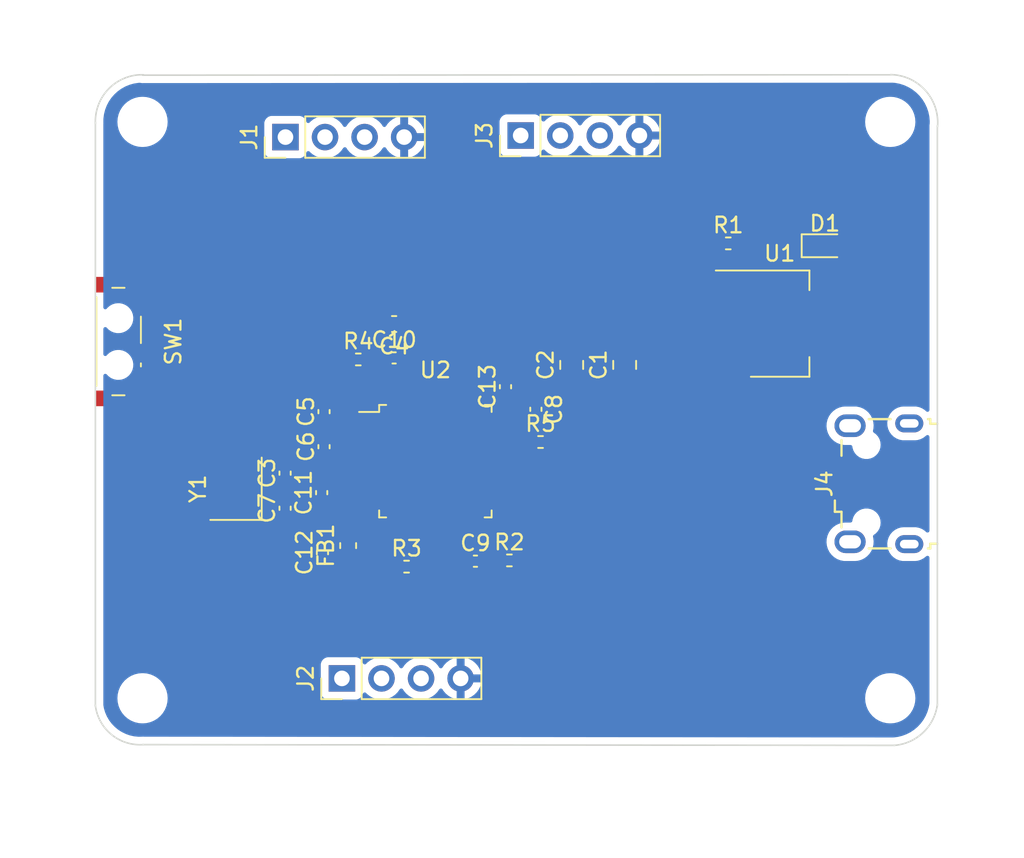
<source format=kicad_pcb>
(kicad_pcb (version 20211014) (generator pcbnew)
  (layers (0 "F.Cu" signal) (31 "B.Cu" power) (34 "B.Paste" user) (35 "F.Paste" user) (36 "B.SilkS" user "B.Silkscreen") (37 "F.SilkS" user "F.Silkscreen") (38 "B.Mask" user) (39 "F.Mask" user) (44 "Edge.Cuts" user))
  (net 0 "")
  (net 1 "VBUS")
  (net 2 "GND")
  (net 3 "+3V3")
  (net 4 "/HSE_IN")
  (net 5 "/NRST")
  (net 6 "/HSE_OUT")
  (net 7 "+3.3VA")
  (net 8 "Net-(D1-Pad1)")
  (net 9 "/USART1_TX")
  (net 10 "/USART1_RX")
  (net 11 "/I2C2_SCL")
  (net 12 "/I2C2_SDA")
  (net 13 "/SWDIO")
  (net 14 "/SWCLK")
  (net 15 "/USB_D-")
  (net 16 "/USB_D+")
  (net 19 "/SW_BOOT0")
  (net 20 "Net-(R4-Pad2)")
  (footprint "Capacitor_SMD:C_0805_2012Metric" (layer "F.Cu") (at 88.55 75.6 90)
    (fp_text reference "C2" (at 0 -1.68 90) (layer "F.SilkS"))
    (fp_text value "22u")
    (fp_line (start -0.261252 0.735) (end 0.261252 0.735) (layer "F.SilkS") (width 0.12))
    (fp_line (start -0.261252 -0.735) (end 0.261252 -0.735) (layer "F.SilkS") (width 0.12))
    (pad "1" smd roundrect (at -0.95 0 90) (size 1 1.45) (layers "F.Cu" "F.Paste" "F.Mask") (net 3 "+3V3"))
    (pad "2" smd roundrect (at 0.95 0 90) (size 1 1.45) (layers "F.Cu" "F.Paste" "F.Mask") (net 2 "GND"))
  )
  (footprint "Resistor_SMD:R_0402_1005Metric" (layer "F.Cu") (at 74.85 75.25)
    (fp_text reference "R4" (at 0 -1.17) (layer "F.SilkS"))
    (fp_text value "10K")
    (fp_line (start -0.153641 -0.38) (end 0.153641 -0.38) (layer "F.SilkS") (width 0.12))
    (fp_line (start -0.153641 0.38) (end 0.153641 0.38) (layer "F.SilkS") (width 0.12))
    (pad "1" smd roundrect (at -0.51 0) (size 0.54 0.64) (layers "F.Cu" "F.Paste" "F.Mask") (net 19 "/SW_BOOT0"))
    (pad "2" smd roundrect (at 0.51 0) (size 0.54 0.64) (layers "F.Cu" "F.Paste" "F.Mask") (net 20 "Net-(R4-Pad2)"))
  )
  (footprint "Capacitor_SMD:C_0402_1005Metric" (layer "F.Cu") (at 86.25 78.45 -90)
    (fp_text reference "C8" (at 0 -1.16 90) (layer "F.SilkS"))
    (fp_text value "100nF")
    (fp_line (start -0.107836 -0.36) (end 0.107836 -0.36) (layer "F.SilkS") (width 0.12))
    (fp_line (start -0.107836 0.36) (end 0.107836 0.36) (layer "F.SilkS") (width 0.12))
    (pad "1" smd roundrect (at -0.48 0 270) (size 0.56 0.62) (layers "F.Cu" "F.Paste" "F.Mask") (net 3 "+3V3"))
    (pad "2" smd roundrect (at 0.48 0 270) (size 0.56 0.62) (layers "F.Cu" "F.Paste" "F.Mask") (net 2 "GND"))
  )
  (footprint "Capacitor_SMD:C_0402_1005Metric" (layer "F.Cu") (at 72.65 78.6 90)
    (fp_text reference "C5" (at 0 -1.16 90) (layer "F.SilkS"))
    (fp_text value "100nF")
    (fp_line (start -0.107836 -0.36) (end 0.107836 -0.36) (layer "F.SilkS") (width 0.12))
    (fp_line (start -0.107836 0.36) (end 0.107836 0.36) (layer "F.SilkS") (width 0.12))
    (pad "1" smd roundrect (at -0.48 0 90) (size 0.56 0.62) (layers "F.Cu" "F.Paste" "F.Mask") (net 3 "+3V3"))
    (pad "2" smd roundrect (at 0.48 0 90) (size 0.56 0.62) (layers "F.Cu" "F.Paste" "F.Mask") (net 2 "GND"))
  )
  (footprint "Capacitor_SMD:C_0805_2012Metric" (layer "F.Cu") (at 91.95 75.6 90)
    (fp_text reference "C1" (at 0 -1.68 90) (layer "F.SilkS"))
    (fp_text value "22u")
    (fp_line (start -0.261252 -0.735) (end 0.261252 -0.735) (layer "F.SilkS") (width 0.12))
    (fp_line (start -0.261252 0.735) (end 0.261252 0.735) (layer "F.SilkS") (width 0.12))
    (pad "1" smd roundrect (at -0.95 0 90) (size 1 1.45) (layers "F.Cu" "F.Paste" "F.Mask") (net 1 "VBUS"))
    (pad "2" smd roundrect (at 0.95 0 90) (size 1 1.45) (layers "F.Cu" "F.Paste" "F.Mask") (net 2 "GND"))
  )
  (footprint "LED_SMD:LED_0603_1608Metric" (layer "F.Cu") (at 104.8 67.95)
    (fp_text reference "D1" (at 0 -1.43) (layer "F.SilkS"))
    (fp_text value "LED")
    (fp_line (start 0.8 -0.735) (end -1.485 -0.735) (layer "F.SilkS") (width 0.12))
    (fp_line (start -1.485 0.735) (end 0.8 0.735) (layer "F.SilkS") (width 0.12))
    (fp_line (start -1.485 -0.735) (end -1.485 0.735) (layer "F.SilkS") (width 0.12))
    (pad "1" smd roundrect (at -0.7875 0) (size 0.875 0.95) (layers "F.Cu" "F.Paste" "F.Mask") (net 8 "Net-(D1-Pad1)"))
    (pad "2" smd roundrect (at 0.7875 0) (size 0.875 0.95) (layers "F.Cu" "F.Paste" "F.Mask") (net 3 "+3V3"))
  )
  (footprint "Capacitor_SMD:C_0402_1005Metric" (layer "F.Cu") (at 84.3 77 90)
    (fp_text reference "C13" (at 0 -1.16 90) (layer "F.SilkS"))
    (fp_text value "1u")
    (fp_line (start -0.107836 0.36) (end 0.107836 0.36) (layer "F.SilkS") (width 0.12))
    (fp_line (start -0.107836 -0.36) (end 0.107836 -0.36) (layer "F.SilkS") (width 0.12))
    (pad "1" smd roundrect (at -0.48 0 90) (size 0.56 0.62) (layers "F.Cu" "F.Paste" "F.Mask") (net 3 "+3V3"))
    (pad "2" smd roundrect (at 0.48 0 90) (size 0.56 0.62) (layers "F.Cu" "F.Paste" "F.Mask") (net 2 "GND"))
  )
  (footprint "MountingHole:MountingHole_2.2mm_M2" (layer "F.Cu") (at 61 97)
    (fp_text reference "H1")
    (fp_text value "MountingHole")
    (pad "" np_thru_hole circle (at 0 0) (size 2.2 2.2) (drill 2.2) (layers *.Cu *.Mask))
  )
  (footprint "Button_Switch_SMD:SW_SPDT_PCM12" (layer "F.Cu") (at 59.775 74.1 -90)
    (fp_text reference "SW1" (at 0 -3.2 90) (layer "F.SilkS"))
    (fp_text value "SW_SPDT")
    (fp_line (start 1.4 -1.12) (end 1.6 -1.12) (layer "F.SilkS") (width 0.12))
    (fp_line (start -1.6 -1.12) (end 0.1 -1.12) (layer "F.SilkS") (width 0.12))
    (fp_line (start -2.85 1.73) (end 2.85 1.73) (layer "F.SilkS") (width 0.12))
    (fp_line (start -3.45 -0.07) (end -3.45 0.72) (layer "F.SilkS") (width 0.12))
    (fp_line (start 3.45 0.72) (end 3.45 -0.07) (layer "F.SilkS") (width 0.12))
    (pad "" np_thru_hole circle (at 1.5 0.33 270) (size 0.9 0.9) (drill 0.9) (layers *.Cu *.Mask))
    (pad "" smd rect (at -3.65 -0.78 270) (size 1 0.8) (layers "F.Cu" "F.Paste" "F.Mask"))
    (pad "" smd rect (at 3.65 -0.78 270) (size 1 0.8) (layers "F.Cu" "F.Paste" "F.Mask"))
    (pad "" smd rect (at -3.65 1.43 270) (size 1 0.8) (layers "F.Cu" "F.Paste" "F.Mask"))
    (pad "" np_thru_hole circle (at -1.5 0.33 270) (size 0.9 0.9) (drill 0.9) (layers *.Cu *.Mask))
    (pad "" smd rect (at 3.65 1.43 270) (size 1 0.8) (layers "F.Cu" "F.Paste" "F.Mask"))
    (pad "1" smd rect (at -2.25 -1.43 270) (size 0.7 1.5) (layers "F.Cu" "F.Paste" "F.Mask") (net 2 "GND"))
    (pad "2" smd rect (at 0.75 -1.43 270) (size 0.7 1.5) (layers "F.Cu" "F.Paste" "F.Mask") (net 19 "/SW_BOOT0"))
    (pad "3" smd rect (at 2.25 -1.43 270) (size 0.7 1.5) (layers "F.Cu" "F.Paste" "F.Mask") (net 3 "+3V3"))
  )
  (footprint "Capacitor_SMD:C_0402_1005Metric" (layer "F.Cu") (at 82.37 88.2)
    (fp_text reference "C9" (at 0 -1.16) (layer "F.SilkS"))
    (fp_text value "100nF")
    (fp_line (start -0.107836 0.36) (end 0.107836 0.36) (layer "F.SilkS") (width 0.12))
    (fp_line (start -0.107836 -0.36) (end 0.107836 -0.36) (layer "F.SilkS") (width 0.12))
    (pad "1" smd roundrect (at -0.48 0) (size 0.56 0.62) (layers "F.Cu" "F.Paste" "F.Mask") (net 3 "+3V3"))
    (pad "2" smd roundrect (at 0.48 0) (size 0.56 0.62) (layers "F.Cu" "F.Paste" "F.Mask") (net 2 "GND"))
  )
  (footprint "Inductor_SMD:L_0603_1608Metric" (layer "F.Cu") (at 74.2 87.2 90)
    (fp_text reference "FB1" (at 0 -1.43 90) (layer "F.SilkS"))
    (fp_text value "120R")
    (fp_line (start -0.162779 -0.51) (end 0.162779 -0.51) (layer "F.SilkS") (width 0.12))
    (fp_line (start -0.162779 0.51) (end 0.162779 0.51) (layer "F.SilkS") (width 0.12))
    (pad "1" smd roundrect (at -0.7875 0 90) (size 0.875 0.95) (layers "F.Cu" "F.Paste" "F.Mask") (net 3 "+3V3"))
    (pad "2" smd roundrect (at 0.7875 0 90) (size 0.875 0.95) (layers "F.Cu" "F.Paste" "F.Mask") (net 7 "+3.3VA"))
  )
  (footprint "Connector_PinHeader_2.54mm:PinHeader_1x04_P2.54mm_Vertical" (layer "F.Cu") (at 85.275 60.875 90)
    (fp_text reference "J3" (at 0 -2.33 90) (layer "F.SilkS"))
    (fp_text value "Conn_01x04_Male")
    (fp_line (start -1.33 0) (end -1.33 -1.33) (layer "F.SilkS") (width 0.12))
    (fp_line (start -1.33 -1.33) (end 0 -1.33) (layer "F.SilkS") (width 0.12))
    (fp_line (start -1.33 1.27) (end -1.33 8.95) (layer "F.SilkS") (width 0.12))
    (fp_line (start 1.33 1.27) (end 1.33 8.95) (layer "F.SilkS") (width 0.12))
    (fp_line (start -1.33 8.95) (end 1.33 8.95) (layer "F.SilkS") (width 0.12))
    (fp_line (start -1.33 1.27) (end 1.33 1.27) (layer "F.SilkS") (width 0.12))
    (pad "1" thru_hole rect (at 0 0 90) (size 1.7 1.7) (drill 1) (layers *.Cu *.Mask) (net 3 "+3V3"))
    (pad "2" thru_hole oval (at 0 2.54 90) (size 1.7 1.7) (drill 1) (layers *.Cu *.Mask) (net 13 "/SWDIO"))
    (pad "3" thru_hole oval (at 0 5.08 90) (size 1.7 1.7) (drill 1) (layers *.Cu *.Mask) (net 14 "/SWCLK"))
    (pad "4" thru_hole oval (at 0 7.62 90) (size 1.7 1.7) (drill 1) (layers *.Cu *.Mask) (net 2 "GND"))
  )
  (footprint "Package_TO_SOT_SMD:SOT-223-3_TabPin2" (layer "F.Cu") (at 101.9 72.95)
    (fp_text reference "U1" (at 0 -4.5) (layer "F.SilkS"))
    (fp_text value "AMS1117")
    (fp_line (start -4.1 -3.41) (end 1.91 -3.41) (layer "F.SilkS") (width 0.12))
    (fp_line (start 1.91 -3.41) (end 1.91 -2.15) (layer "F.SilkS") (width 0.12))
    (fp_line (start 1.91 3.41) (end 1.91 2.15) (layer "F.SilkS") (width 0.12))
    (fp_line (start -1.85 3.41) (end 1.91 3.41) (layer "F.SilkS") (width 0.12))
    (pad "1" smd rect (at -3.15 -2.3) (size 2 1.5) (layers "F.Cu" "F.Paste" "F.Mask") (net 2 "GND"))
    (pad "2" smd rect (at 3.15 0) (size 2 3.8) (layers "F.Cu" "F.Paste" "F.Mask") (net 3 "+3V3"))
    (pad "2" smd rect (at -3.15 0) (size 2 1.5) (layers "F.Cu" "F.Paste" "F.Mask") (net 3 "+3V3"))
    (pad "3" smd rect (at -3.15 2.3) (size 2 1.5) (layers "F.Cu" "F.Paste" "F.Mask") (net 1 "VBUS"))
  )
  (footprint "MountingHole:MountingHole_2.2mm_M2" (layer "F.Cu") (at 109 97)
    (fp_text reference "H2")
    (fp_text value "MountingHole")
    (pad "" np_thru_hole circle (at 0 0) (size 2.2 2.2) (drill 2.2) (layers *.Cu *.Mask))
  )
  (footprint "Resistor_SMD:R_0402_1005Metric" (layer "F.Cu") (at 84.55 88.15)
    (fp_text reference "R2" (at 0 -1.17) (layer "F.SilkS"))
    (fp_text value "1K5")
    (fp_line (start -0.153641 0.38) (end 0.153641 0.38) (layer "F.SilkS") (width 0.12))
    (fp_line (start -0.153641 -0.38) (end 0.153641 -0.38) (layer "F.SilkS") (width 0.12))
    (pad "1" smd roundrect (at -0.51 0) (size 0.54 0.64) (layers "F.Cu" "F.Paste" "F.Mask") (net 3 "+3V3"))
    (pad "2" smd roundrect (at 0.51 0) (size 0.54 0.64) (layers "F.Cu" "F.Paste" "F.Mask") (net 11 "/I2C2_SCL"))
  )
  (footprint "MountingHole:MountingHole_2.2mm_M2" (layer "F.Cu") (at 109 60)
    (fp_text reference "H4")
    (fp_text value "MountingHole")
    (pad "" np_thru_hole circle (at 0 0) (size 2.2 2.2) (drill 2.2) (layers *.Cu *.Mask))
  )
  (footprint "Resistor_SMD:R_0402_1005Metric" (layer "F.Cu") (at 86.55 80.55)
    (fp_text reference "R5" (at 0 -1.17) (layer "F.SilkS"))
    (fp_text value "1k5")
    (fp_line (start -0.153641 -0.38) (end 0.153641 -0.38) (layer "F.SilkS") (width 0.12))
    (fp_line (start -0.153641 0.38) (end 0.153641 0.38) (layer "F.SilkS") (width 0.12))
    (pad "1" smd roundrect (at -0.51 0) (size 0.54 0.64) (layers "F.Cu" "F.Paste" "F.Mask") (net 3 "+3V3"))
    (pad "2" smd roundrect (at 0.51 0) (size 0.54 0.64) (layers "F.Cu" "F.Paste" "F.Mask") (net 16 "/USB_D+"))
  )
  (footprint "Capacitor_SMD:C_0402_1005Metric" (layer "F.Cu") (at 70.15 82.55 90)
    (fp_text reference "C3" (at 0 -1.16 90) (layer "F.SilkS"))
    (fp_text value "10pF")
    (fp_line (start -0.107836 -0.36) (end 0.107836 -0.36) (layer "F.SilkS") (width 0.12))
    (fp_line (start -0.107836 0.36) (end 0.107836 0.36) (layer "F.SilkS") (width 0.12))
    (pad "1" smd roundrect (at -0.48 0 90) (size 0.56 0.62) (layers "F.Cu" "F.Paste" "F.Mask") (net 4 "/HSE_IN"))
    (pad "2" smd roundrect (at 0.48 0 90) (size 0.56 0.62) (layers "F.Cu" "F.Paste" "F.Mask") (net 2 "GND"))
  )
  (footprint "Capacitor_SMD:C_0402_1005Metric" (layer "F.Cu") (at 77.15 75.15)
    (fp_text reference "C10" (at 0 -1.16) (layer "F.SilkS"))
    (fp_text value "100nF")
    (fp_line (start -0.107836 0.36) (end 0.107836 0.36) (layer "F.SilkS") (width 0.12))
    (fp_line (start -0.107836 -0.36) (end 0.107836 -0.36) (layer "F.SilkS") (width 0.12))
    (pad "1" smd roundrect (at -0.48 0) (size 0.56 0.62) (layers "F.Cu" "F.Paste" "F.Mask") (net 3 "+3V3"))
    (pad "2" smd roundrect (at 0.48 0) (size 0.56 0.62) (layers "F.Cu" "F.Paste" "F.Mask") (net 2 "GND"))
  )
  (footprint "Capacitor_SMD:C_0402_1005Metric" (layer "F.Cu") (at 70.15 84.8 90)
    (fp_text reference "C7" (at 0 -1.16 90) (layer "F.SilkS"))
    (fp_text value "10pF")
    (fp_line (start -0.107836 -0.36) (end 0.107836 -0.36) (layer "F.SilkS") (width 0.12))
    (fp_line (start -0.107836 0.36) (end 0.107836 0.36) (layer "F.SilkS") (width 0.12))
    (pad "1" smd roundrect (at -0.48 0 90) (size 0.56 0.62) (layers "F.Cu" "F.Paste" "F.Mask") (net 6 "/HSE_OUT"))
    (pad "2" smd roundrect (at 0.48 0 90) (size 0.56 0.62) (layers "F.Cu" "F.Paste" "F.Mask") (net 2 "GND"))
  )
  (footprint "Capacitor_SMD:C_0402_1005Metric" (layer "F.Cu") (at 72.55 87.65 90)
    (fp_text reference "C12" (at 0 -1.16 90) (layer "F.SilkS"))
    (fp_text value "1u")
    (fp_line (start -0.107836 0.36) (end 0.107836 0.36) (layer "F.SilkS") (width 0.12))
    (fp_line (start -0.107836 -0.36) (end 0.107836 -0.36) (layer "F.SilkS") (width 0.12))
    (pad "1" smd roundrect (at -0.48 0 90) (size 0.56 0.62) (layers "F.Cu" "F.Paste" "F.Mask") (net 7 "+3.3VA"))
    (pad "2" smd roundrect (at 0.48 0 90) (size 0.56 0.62) (layers "F.Cu" "F.Paste" "F.Mask") (net 2 "GND"))
  )
  (footprint "Connector_PinHeader_2.54mm:PinHeader_1x04_P2.54mm_Vertical" (layer "F.Cu") (at 70.175 60.975 90)
    (fp_text reference "J1" (at 0 -2.33 90) (layer "F.SilkS"))
    (fp_text value "Conn_01x04_Male")
    (fp_line (start -1.33 1.27) (end -1.33 8.95) (layer "F.SilkS") (width 0.12))
    (fp_line (start -1.33 0) (end -1.33 -1.33) (layer "F.SilkS") (width 0.12))
    (fp_line (start -1.33 -1.33) (end 0 -1.33) (layer "F.SilkS") (width 0.12))
    (fp_line (start -1.33 8.95) (end 1.33 8.95) (layer "F.SilkS") (width 0.12))
    (fp_line (start -1.33 1.27) (end 1.33 1.27) (layer "F.SilkS") (width 0.12))
    (fp_line (start 1.33 1.27) (end 1.33 8.95) (layer "F.SilkS") (width 0.12))
    (pad "1" thru_hole rect (at 0 0 90) (size 1.7 1.7) (drill 1) (layers *.Cu *.Mask) (net 3 "+3V3"))
    (pad "2" thru_hole oval (at 0 2.54 90) (size 1.7 1.7) (drill 1) (layers *.Cu *.Mask) (net 9 "/USART1_TX"))
    (pad "3" thru_hole oval (at 0 5.08 90) (size 1.7 1.7) (drill 1) (layers *.Cu *.Mask) (net 10 "/USART1_RX"))
    (pad "4" thru_hole oval (at 0 7.62 90) (size 1.7 1.7) (drill 1) (layers *.Cu *.Mask) (net 2 "GND"))
  )
  (footprint "Connector_PinHeader_2.54mm:PinHeader_1x04_P2.54mm_Vertical" (layer "F.Cu") (at 73.8 95.725 90)
    (fp_text reference "J2" (at 0 -2.33 90) (layer "F.SilkS"))
    (fp_text value "Conn_01x04_Male")
    (fp_line (start -1.33 -1.33) (end 0 -1.33) (layer "F.SilkS") (width 0.12))
    (fp_line (start -1.33 0) (end -1.33 -1.33) (layer "F.SilkS") (width 0.12))
    (fp_line (start -1.33 8.95) (end 1.33 8.95) (layer "F.SilkS") (width 0.12))
    (fp_line (start 1.33 1.27) (end 1.33 8.95) (layer "F.SilkS") (width 0.12))
    (fp_line (start -1.33 1.27) (end 1.33 1.27) (layer "F.SilkS") (width 0.12))
    (fp_line (start -1.33 1.27) (end -1.33 8.95) (layer "F.SilkS") (width 0.12))
    (pad "1" thru_hole rect (at 0 0 90) (size 1.7 1.7) (drill 1) (layers *.Cu *.Mask) (net 3 "+3V3"))
    (pad "2" thru_hole oval (at 0 2.54 90) (size 1.7 1.7) (drill 1) (layers *.Cu *.Mask) (net 11 "/I2C2_SCL"))
    (pad "3" thru_hole oval (at 0 5.08 90) (size 1.7 1.7) (drill 1) (layers *.Cu *.Mask) (net 12 "/I2C2_SDA"))
    (pad "4" thru_hole oval (at 0 7.62 90) (size 1.7 1.7) (drill 1) (layers *.Cu *.Mask) (net 2 "GND"))
  )
  (footprint "Resistor_SMD:R_0402_1005Metric" (layer "F.Cu") (at 98.6 67.8)
    (fp_text reference "R1" (at 0 -1.17) (layer "F.SilkS"))
    (fp_text value "1K5")
    (fp_line (start -0.153641 -0.38) (end 0.153641 -0.38) (layer "F.SilkS") (width 0.12))
    (fp_line (start -0.153641 0.38) (end 0.153641 0.38) (layer "F.SilkS") (width 0.12))
    (pad "1" smd roundrect (at -0.51 0) (size 0.54 0.64) (layers "F.Cu" "F.Paste" "F.Mask") (net 8 "Net-(D1-Pad1)"))
    (pad "2" smd roundrect (at 0.51 0) (size 0.54 0.64) (layers "F.Cu" "F.Paste" "F.Mask") (net 2 "GND"))
  )
  (footprint "Connector_USB:USB_Micro-B_Wuerth_629105150521" (layer "F.Cu") (at 108.27 83.23 90)
    (fp_text reference "J4" (at 0 -3.5 90) (layer "F.SilkS"))
    (fp_text value "USB_B_Micro")
    (fp_line (start 4.15 3.3) (end 4.15 3.15) (layer "F.SilkS") (width 0.15))
    (fp_line (start -1.8 -2.4) (end -2.8 -2.4) (layer "F.SilkS") (width 0.15))
    (fp_line (start 4.15 0.75) (end 4.15 -0.65) (layer "F.SilkS") (width 0.15))
    (fp_line (start 3.85 3.75) (end 3.85 3.3) (layer "F.SilkS") (width 0.15))
    (fp_line (start -3.85 3.3) (end -3.85 3.75) (layer "F.SilkS") (width 0.15))
    (fp_line (start -4.15 -0.65) (end -4.15 0.75) (layer "F.SilkS") (width 0.15))
    (fp_line (start -1.075 -2.825) (end -1.8 -2.825) (layer "F.SilkS") (width 0.15))
    (fp_line (start -1.8 -2.825) (end -1.8 -2.4) (layer "F.SilkS") (width 0.15))
    (fp_line (start 1.8 -2.4) (end 2.8 -2.4) (layer "F.SilkS") (width 0.15))
    (fp_line (start 3.85 3.3) (end 4.15 3.3) (layer "F.SilkS") (width 0.15))
    (fp_line (start -4.15 3.3) (end -3.85 3.3) (layer "F.SilkS") (width 0.15))
    (fp_line (start -4.15 3.15) (end -4.15 3.3) (layer "F.SilkS") (width 0.15))
    (pad "" np_thru_hole oval (at 2.5 -0.8 90) (size 0.8 0.8) (drill 0.8) (layers *.Cu *.Mask))
    (pad "" np_thru_hole oval (at -2.5 -0.8 90) (size 0.8 0.8) (drill 0.8) (layers *.Cu *.Mask))
    (pad "1" smd rect (at -1.3 -1.9 90) (size 0.45 1.3) (layers "F.Cu" "F.Paste" "F.Mask") (net 1 "VBUS"))
    (pad "2" smd rect (at -0.65 -1.9 90) (size 0.45 1.3) (layers "F.Cu" "F.Paste" "F.Mask") (net 15 "/USB_D-"))
    (pad "3" smd rect (at 0 -1.9 90) (size 0.45 1.3) (layers "F.Cu" "F.Paste" "F.Mask") (net 16 "/USB_D+"))
    (pad "4" smd rect (at 0.65 -1.9 90) (size 0.45 1.3) (layers "F.Cu" "F.Paste" "F.Mask"))
    (pad "5" smd rect (at 1.3 -1.9 90) (size 0.45 1.3) (layers "F.Cu" "F.Paste" "F.Mask") (net 2 "GND"))
    (pad "6" thru_hole oval (at 3.875 1.95 90) (size 1.15 1.8) (drill oval 0.55 1.2) (layers *.Cu *.Mask))
    (pad "6" thru_hole oval (at -3.725 -1.85 90) (size 1.45 2) (drill oval 0.85 1.4) (layers *.Cu *.Mask))
    (pad "6" thru_hole oval (at 3.725 -1.85 90) (size 1.45 2) (drill oval 0.85 1.4) (layers *.Cu *.Mask))
    (pad "6" thru_hole oval (at -3.875 1.95 90) (size 1.15 1.8) (drill oval 0.55 1.2) (layers *.Cu *.Mask))
  )
  (footprint "Resistor_SMD:R_0402_1005Metric" (layer "F.Cu") (at 77.95 88.55)
    (fp_text reference "R3" (at 0 -1.17) (layer "F.SilkS"))
    (fp_text value "1K5")
    (fp_line (start -0.153641 -0.38) (end 0.153641 -0.38) (layer "F.SilkS") (width 0.12))
    (fp_line (start -0.153641 0.38) (end 0.153641 0.38) (layer "F.SilkS") (width 0.12))
    (pad "1" smd roundrect (at -0.51 0) (size 0.54 0.64) (layers "F.Cu" "F.Paste" "F.Mask") (net 3 "+3V3"))
    (pad "2" smd roundrect (at 0.51 0) (size 0.54 0.64) (layers "F.Cu" "F.Paste" "F.Mask") (net 12 "/I2C2_SDA"))
  )
  (footprint "Capacitor_SMD:C_0402_1005Metric" (layer "F.Cu") (at 72.5 83.8 90)
    (fp_text reference "C11" (at 0 -1.16 90) (layer "F.SilkS"))
    (fp_text value "10n")
    (fp_line (start -0.107836 0.36) (end 0.107836 0.36) (layer "F.SilkS") (width 0.12))
    (fp_line (start -0.107836 -0.36) (end 0.107836 -0.36) (layer "F.SilkS") (width 0.12))
    (pad "1" smd roundrect (at -0.48 0 90) (size 0.56 0.62) (layers "F.Cu" "F.Paste" "F.Mask") (net 7 "+3.3VA"))
    (pad "2" smd roundrect (at 0.48 0 90) (size 0.56 0.62) (layers "F.Cu" "F.Paste" "F.Mask") (net 2 "GND"))
  )
  (footprint "Crystal:Crystal_SMD_3225-4Pin_3.2x2.5mm" (layer "F.Cu") (at 67 83.55 90)
    (fp_text reference "Y1" (at 0 -2.45 90) (layer "F.SilkS"))
    (fp_text value "Crystal_GND24")
    (fp_line (start -2 -1.65) (end -2 1.65) (layer "F.SilkS") (width 0.12))
    (fp_line (start -2 1.65) (end 2 1.65) (layer "F.SilkS") (width 0.12))
    (pad "1" smd rect (at -1.1 0.85 90) (size 1.4 1.2) (layers "F.Cu" "F.Paste" "F.Mask") (net 4 "/HSE_IN"))
    (pad "2" smd rect (at 1.1 0.85 90) (size 1.4 1.2) (layers "F.Cu" "F.Paste" "F.Mask") (net 2 "GND"))
    (pad "3" smd rect (at 1.1 -0.85 90) (size 1.4 1.2) (layers "F.Cu" "F.Paste" "F.Mask") (net 6 "/HSE_OUT"))
    (pad "4" smd rect (at -1.1 -0.85 90) (size 1.4 1.2) (layers "F.Cu" "F.Paste" "F.Mask") (net 2 "GND"))
  )
  (footprint "Package_QFP:LQFP-48_7x7mm_P0.5mm" (layer "F.Cu") (at 79.8 81.78)
    (fp_text reference "U2" (at 0 -5.85) (layer "F.SilkS"))
    (fp_text value "STM32F103C8Tx")
    (fp_line (start -3.61 -3.16) (end -4.9 -3.16) (layer "F.SilkS") (width 0.12))
    (fp_line (start 3.61 -3.61) (end 3.61 -3.16) (layer "F.SilkS") (width 0.12))
    (fp_line (start -3.61 3.61) (end -3.61 3.16) (layer "F.SilkS") (width 0.12))
    (fp_line (start 3.61 3.61) (end 3.61 3.16) (layer "F.SilkS") (width 0.12))
    (fp_line (start 3.16 -3.61) (end 3.61 -3.61) (layer "F.SilkS") (width 0.12))
    (fp_line (start -3.16 3.61) (end -3.61 3.61) (layer "F.SilkS") (width 0.12))
    (fp_line (start -3.16 -3.61) (end -3.61 -3.61) (layer "F.SilkS") (width 0.12))
    (fp_line (start -3.61 -3.61) (end -3.61 -3.16) (layer "F.SilkS") (width 0.12))
    (fp_line (start 3.16 3.61) (end 3.61 3.61) (layer "F.SilkS") (width 0.12))
    (pad "1" smd roundrect (at -4.1625 -2.75) (size 1.475 0.3) (layers "F.Cu" "F.Paste" "F.Mask") (net 3 "+3V3"))
    (pad "2" smd roundrect (at -4.1625 -2.25) (size 1.475 0.3) (layers "F.Cu" "F.Paste" "F.Mask"))
    (pad "3" smd roundrect (at -4.1625 -1.75) (size 1.475 0.3) (layers "F.Cu" "F.Paste" "F.Mask"))
    (pad "4" smd roundrect (at -4.1625 -1.25) (size 1.475 0.3) (layers "F.Cu" "F.Paste" "F.Mask"))
    (pad "5" smd roundrect (at -4.1625 -0.75) (size 1.475 0.3) (layers "F.Cu" "F.Paste" "F.Mask") (net 4 "/HSE_IN"))
    (pad "6" smd roundrect (at -4.1625 -0.25) (size 1.475 0.3) (layers "F.Cu" "F.Paste" "F.Mask") (net 6 "/HSE_OUT"))
    (pad "7" smd roundrect (at -4.1625 0.25) (size 1.475 0.3) (layers "F.Cu" "F.Paste" "F.Mask") (net 5 "/NRST"))
    (pad "8" smd roundrect (at -4.1625 0.75) (size 1.475 0.3) (layers "F.Cu" "F.Paste" "F.Mask") (net 2 "GND"))
    (pad "9" smd roundrect (at -4.1625 1.25) (size 1.475 0.3) (layers "F.Cu" "F.Paste" "F.Mask") (net 7 "+3.3VA"))
    (pad "10" smd roundrect (at -4.1625 1.75) (size 1.475 0.3) (layers "F.Cu" "F.Paste" "F.Mask"))
    (pad "11" smd roundrect (at -4.1625 2.25) (size 1.475 0.3) (layers "F.Cu" "F.Paste" "F.Mask"))
    (pad "12" smd roundrect (at -4.1625 2.75) (size 1.475 0.3) (layers "F.Cu" "F.Paste" "F.Mask"))
    (pad "13" smd roundrect (at -2.75 4.1625) (size 0.3 1.475) (layers "F.Cu" "F.Paste" "F.Mask"))
    (pad "14" smd roundrect (at -2.25 4.1625) (size 0.3 1.475) (layers "F.Cu" "F.Paste" "F.Mask"))
    (pad "15" smd roundrect (at -1.75 4.1625) (size 0.3 1.475) (layers "F.Cu" "F.Paste" "F.Mask"))
    (pad "16" smd roundrect (at -1.25 4.1625) (size 0.3 1.475) (layers "F.Cu" "F.Paste" "F.Mask"))
    (pad "17" smd roundrect (at -0.75 4.1625) (size 0.3 1.475) (layers "F.Cu" "F.Paste" "F.Mask"))
    (pad "18" smd roundrect (at -0.25 4.1625) (size 0.3 1.475) (layers "F.Cu" "F.Paste" "F.Mask"))
    (pad "19" smd roundrect (at 0.25 4.1625) (size 0.3 1.475) (layers "F.Cu" "F.Paste" "F.Mask"))
    (pad "20" smd roundrect (at 0.75 4.1625) (size 0.3 1.475) (layers "F.Cu" "F.Paste" "F.Mask"))
    (pad "21" smd roundrect (at 1.25 4.1625) (size 0.3 1.475) (layers "F.Cu" "F.Paste" "F.Mask") (net 11 "/I2C2_SCL"))
    (pad "22" smd roundrect (at 1.75 4.1625) (size 0.3 1.475) (layers "F.Cu" "F.Paste" "F.Mask") (net 12 "/I2C2_SDA"))
    (pad "23" smd roundrect (at 2.25 4.1625) (size 0.3 1.475) (layers "F.Cu" "F.Paste" "F.Mask") (net 2 "GND"))
    (pad "24" smd roundrect (at 2.75 4.1625) (size 0.3 1.475) (layers "F.Cu" "F.Paste" "F.Mask") (net 3 "+3V3"))
    (pad "25" smd roundrect (at 4.1625 2.75) (size 1.475 0.3) (layers "F.Cu" "F.Paste" "F.Mask"))
    (pad "26" smd roundrect (at 4.1625 2.25) (size 1.475 0.3) (layers "F.Cu" "F.Paste" "F.Mask"))
    (pad "27" smd roundrect (at 4.1625 1.75) (size 1.475 0.3) (layers "F.Cu" "F.Paste" "F.Mask"))
    (pad "28" smd roundrect (at 4.1625 1.25) (size 1.475 0.3) (layers "F.Cu" "F.Paste" "F.Mask"))
    (pad "29" smd roundrect (at 4.1625 0.75) (size 1.475 0.3) (layers "F.Cu" "F.Paste" "F.Mask"))
    (pad "30" smd roundrect (at 4.1625 0.25) (size 1.475 0.3) (layers "F.Cu" "F.Paste" "F.Mask"))
    (pad "31" smd roundrect (at 4.1625 -0.25) (size 1.475 0.3) (layers "F.Cu" "F.Paste" "F.Mask"))
    (pad "32" smd roundrect (at 4.1625 -0.75) (size 1.475 0.3) (layers "F.Cu" "F.Paste" "F.Mask") (net 15 "/USB_D-"))
    (pad "33" smd roundrect (at 4.1625 -1.25) (size 1.475 0.3) (layers "F.Cu" "F.Paste" "F.Mask") (net 16 "/USB_D+"))
    (pad "34" smd roundrect (at 4.1625 -1.75) (size 1.475 0.3) (layers "F.Cu" "F.Paste" "F.Mask") (net 13 "/SWDIO"))
    (pad "35" smd roundrect (at 4.1625 -2.25) (size 1.475 0.3) (layers "F.Cu" "F.Paste" "F.Mask") (net 2 "GND"))
    (pad "36" smd roundrect (at 4.1625 -2.75) (size 1.475 0.3) (layers "F.Cu" "F.Paste" "F.Mask") (net 3 "+3V3"))
    (pad "37" smd roundrect (at 2.75 -4.1625) (size 0.3 1.475) (layers "F.Cu" "F.Paste" "F.Mask") (net 14 "/SWCLK"))
    (pad "38" smd roundrect (at 2.25 -4.1625) (size 0.3 1.475) (layers "F.Cu" "F.Paste" "F.Mask"))
    (pad "39" smd roundrect (at 1.75 -4.1625) (size 0.3 1.475) (layers "F.Cu" "F.Paste" "F.Mask"))
    (pad "40" smd roundrect (at 1.25 -4.1625) (size 0.3 1.475) (layers "F.Cu" "F.Paste" "F.Mask"))
    (pad "41" smd roundrect (at 0.75 -4.1625) (size 0.3 1.475) (layers "F.Cu" "F.Paste" "F.Mask"))
    (pad "42" smd roundrect (at 0.25 -4.1625) (size 0.3 1.475) (layers "F.Cu" "F.Paste" "F.Mask") (net 9 "/USART1_TX"))
    (pad "43" smd roundrect (at -0.25 -4.1625) (size 0.3 1.475) (layers "F.Cu" "F.Paste" "F.Mask") (net 10 "/USART1_RX"))
    (pad "44" smd roundrect (at -0.75 -4.1625) (size 0.3 1.475) (layers "F.Cu" "F.Paste" "F.Mask") (net 20 "Net-(R4-Pad2)"))
    (pad "45" smd roundrect (at -1.25 -4.1625) (size 0.3 1.475) (layers "F.Cu" "F.Paste" "F.Mask"))
    (pad "46" smd roundrect (at -1.75 -4.1625) (size 0.3 1.475) (layers "F.Cu" "F.Paste" "F.Mask"))
    (pad "47" smd roundrect (at -2.25 -4.1625) (size 0.3 1.475) (layers "F.Cu" "F.Paste" "F.Mask") (net 2 "GND"))
    (pad "48" smd roundrect (at -2.75 -4.1625) (size 0.3 1.475) (layers "F.Cu" "F.Paste" "F.Mask") (net 3 "+3V3"))
  )
  (footprint "Capacitor_SMD:C_0603_1608Metric" (layer "F.Cu") (at 77.15 72.975 180)
    (fp_text reference "C4" (at 0 -1.43) (layer "F.SilkS"))
    (fp_text value "10u")
    (fp_line (start -0.14058 0.51) (end 0.14058 0.51) (layer "F.SilkS") (width 0.12))
    (fp_line (start -0.14058 -0.51) (end 0.14058 -0.51) (layer "F.SilkS") (width 0.12))
    (pad "1" smd roundrect (at -0.775 0 180) (size 0.9 0.95) (layers "F.Cu" "F.Paste" "F.Mask") (net 3 "+3V3"))
    (pad "2" smd roundrect (at 0.775 0 180) (size 0.9 0.95) (layers "F.Cu" "F.Paste" "F.Mask") (net 2 "GND"))
  )
  (footprint "Capacitor_SMD:C_0402_1005Metric" (layer "F.Cu") (at 72.65 80.85 90)
    (fp_text reference "C6" (at 0 -1.16 90) (layer "F.SilkS"))
    (fp_text value "100nF")
    (fp_line (start -0.107836 -0.36) (end 0.107836 -0.36) (layer "F.SilkS") (width 0.12))
    (fp_line (start -0.107836 0.36) (end 0.107836 0.36) (layer "F.SilkS") (width 0.12))
    (pad "1" smd roundrect (at -0.48 0 90) (size 0.56 0.62) (layers "F.Cu" "F.Paste" "F.Mask") (net 5 "/NRST"))
    (pad "2" smd roundrect (at 0.48 0 90) (size 0.56 0.62) (layers "F.Cu" "F.Paste" "F.Mask") (net 2 "GND"))
  )
  (footprint "MountingHole:MountingHole_2.2mm_M2" (layer "F.Cu") (at 61 60)
    (fp_text reference "H3")
    (fp_text value "MountingHole")
    (pad "" np_thru_hole circle (at 0 0) (size 2.2 2.2) (drill 2.2) (layers *.Cu *.Mask))
  )
  (gr_line (start 61.025 99.975) (end 109.275 100.025) (layer "Edge.Cuts") (width 0.1))
  (gr_arc (start 109.020654 56.964756) (mid 111.25 57.975) (end 112.035611 60.293058) (layer "Edge.Cuts") (width 0.1))
  (gr_arc (start 57.975 60.1) (mid 58.834705 57.869601) (end 61.050672 56.973351) (layer "Edge.Cuts") (width 0.1))
  (gr_line (start 112.025 97.5) (end 112.025 60.25) (layer "Edge.Cuts") (width 0.1))
  (gr_arc (start 61.056671 99.972887) (mid 59 99.325) (end 57.967309 97.432064) (layer "Edge.Cuts") (width 0.1))
  (gr_line (start 57.975 97.5) (end 57.975 60.025) (layer "Edge.Cuts") (width 0.1))
  (gr_arc (start 112.024999 97.384677) (mid 111.109024 99.2) (end 109.250415 100.024608) (layer "Edge.Cuts") (width 0.1))
  (gr_line (start 61 57) (end 109.05 56.975) (layer "Edge.Cuts") (width 0.1))
  (segment (start 77.55 76.325) (end 77.775 76.1) (width 0.3) (layer "F.Cu") (net 2))
  (segment (start 77.55 77.6175) (end 77.55 76.325) (width 0.3) (layer "F.Cu") (net 2))
  (segment (start 77.775 76.1) (end 77.775 75.295) (width 0.3) (layer "F.Cu") (net 2))
  (segment (start 77.15 74.025) (end 76.475 74.025) (width 0.3) (layer "F.Cu") (net 2))
  (segment (start 77.63 75.15) (end 77.63 74.505) (width 0.3) (layer "F.Cu") (net 2))
  (segment (start 76.475 74.025) (end 76.375 73.925) (width 0.3) (layer "F.Cu") (net 2))
  (segment (start 77.775 75.295) (end 77.63 75.15) (width 0.3) (layer "F.Cu") (net 2))
  (segment (start 76.375 73.925) (end 76.375 72.975) (width 0.3) (layer "F.Cu") (net 2))
  (segment (start 77.63 74.505) (end 77.15 74.025) (width 0.3) (layer "F.Cu") (net 2))
  (segment (start 76.45 75.15) (end 75.175 73.875) (width 0.3) (layer "F.Cu") (net 3))
  (segment (start 75.2 71.75) (end 77.9 71.75) (width 0.3) (layer "F.Cu") (net 3))
  (segment (start 76.67 75.15) (end 76.45 75.15) (width 0.3) (layer "F.Cu") (net 3))
  (segment (start 76.6 76.475) (end 76.6 75.22) (width 0.3) (layer "F.Cu") (net 3))
  (segment (start 77.05 76.925) (end 76.6 76.475) (width 0.3) (layer "F.Cu") (net 3))
  (segment (start 77.05 77.6175) (end 77.05 76.925) (width 0.3) (layer "F.Cu") (net 3))
  (segment (start 76.6 75.22) (end 76.67 75.15) (width 0.3) (layer "F.Cu") (net 3))
  (segment (start 77.925 71.775) (end 77.925 72.975) (width 0.3) (layer "F.Cu") (net 3))
  (segment (start 75.175 73.875) (end 75.175 71.775) (width 0.3) (layer "F.Cu") (net 3))
  (segment (start 77.9 71.75) (end 77.925 71.775) (width 0.3) (layer "F.Cu") (net 3))
  (segment (start 75.175 71.775) (end 75.2 71.75) (width 0.3) (layer "F.Cu") (net 3))
  (zone (net 2) (net_name "GND") (layer "B.Cu") (connect_pads (clearance 0.508)) (min_thickness 0.254) (fill yes (thermal_gap 0.508) (thermal_bridge_width 0.508))
    (polygon (pts (xy 53.020082 52.175105) (xy 117.6 52.325) (xy 117.55 107.275) (xy 52.6 106.675) (xy 51.85 52.2) (xy 53.020082 52.175105) (xy 52.975 52.175) (xy 53.025 52.175)))
  )
)
</source>
